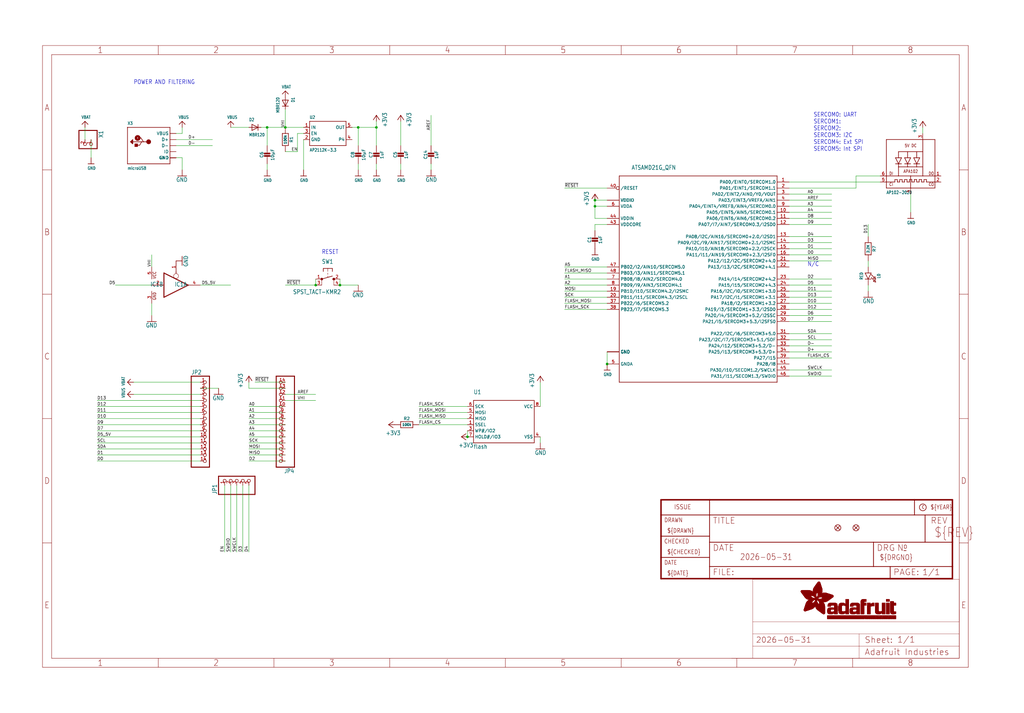
<source format=kicad_sch>
(kicad_sch (version 20230121) (generator eeschema)
  (paper "User" 428.422 298.602)
  (lib_symbols
    (symbol "working-eagle-import:+3V3" (power)
      (property "Value" "+3V3" (at -2.54 -5.08 90))
      (symbol "+3V3_1_0"
        (pin power_in line (at 0 -2.54 90) (length 2.54) (name "+3V3") (number "1"))
      )
    )
    (symbol "working-eagle-import:741G125DBV"
      (property "Reference" "IC" (at -0.635 -0.635 0))
      (symbol "741G125DBV_1_0"
        (pin input line (at 0 10.16 270) (length 5.08) (name "OE") (number "1"))
        (pin input line (at -10.16 0 0) (length 5.08) (name "I") (number "2"))
        (pin tri_state line (at 10.16 0 180) (length 5.08) (name "O") (number "4"))
      )
      (symbol "741G125DBV_2_0"
        (text "GND" (at 1.905 -6.35 900) (effects (font (size 1.27 1.0795)) (justify left bottom)))
        (text "VCC" (at 1.905 2.54 900) (effects (font (size 1.27 1.0795)) (justify left bottom)))
        (pin power_in line (at 0 -7.62 90) (length 5.08) (name "GND") (number "3"))
        (pin power_in line (at 0 7.62 270) (length 5.08) (name "VCC") (number "5"))
      )
    )
    (symbol "working-eagle-import:APA1022020"
      (symbol "APA1022020_1_0"
        (text "5V DC" (at 0 7.62 0) (effects (font (size 1.27 1.0795))))
        (text "APA102" (at 0 -3.175 0) (effects (font (size 1.27 1.0795))))
        (text "CI" (at -8.128 -8.636 0) (effects (font (size 1.27 1.0795))))
        (text "CO" (at 8.636 -8.636 0) (effects (font (size 1.27 1.0795))))
        (text "DI" (at -8.128 -4.064 0) (effects (font (size 1.27 1.0795))))
        (text "DO" (at 8.636 -4.064 0) (effects (font (size 1.27 1.0795))))
        (pin output line (at 12.7 -5.08 180) (length 2.54) (name "DO") (number "1"))
        (pin output line (at 12.7 -7.62 180) (length 2.54) (name "CKO") (number "2"))
        (pin power_in line (at 5.08 12.7 270) (length 2.54) (name "VDD") (number "3"))
        (pin power_in line (at 0 -12.7 90) (length 2.54) (name "GND") (number "4"))
        (pin input line (at -12.7 -7.62 0) (length 2.54) (name "CKI") (number "5"))
        (pin input line (at -12.7 -5.08 0) (length 2.54) (name "DI") (number "6"))
      )
    )
    (symbol "working-eagle-import:ATSAMD21G_QFN"
      (symbol "ATSAMD21G_QFN_1_0"
        (pin bidirectional line (at 50.8 35.56 180) (length 5.08) (name "PA00/EINT0/SERCOM1.0") (number "1"))
        (pin bidirectional line (at 50.8 22.86 180) (length 5.08) (name "PA05/EINT5/AIN5/SERCOM0.1") (number "10"))
        (pin bidirectional line (at 50.8 20.32 180) (length 5.08) (name "PA06/EINT6/AIN6/SERCOM0.2") (number "11"))
        (pin bidirectional line (at 50.8 17.78 180) (length 5.08) (name "PA07/I7/AIN7/SERCOM0.3/I2SD0") (number "12"))
        (pin bidirectional line (at 50.8 12.7 180) (length 5.08) (name "PA08/I2C/AIN16/SERCOM0+2.0/I2SD1") (number "13"))
        (pin bidirectional line (at 50.8 10.16 180) (length 5.08) (name "PA09/I2C/I9/AIN17/SERCOM0+2.1/I2SMC") (number "14"))
        (pin bidirectional line (at 50.8 7.62 180) (length 5.08) (name "PA10/I10/AIN18/SERCOM0+2.2/I2SCK") (number "15"))
        (pin bidirectional line (at 50.8 5.08 180) (length 5.08) (name "PA11/I11/AIN19/SERCOM0+2.3/I2SF0") (number "16"))
        (pin power_in line (at -25.4 27.94 0) (length 5.08) (name "VDDIO") (number "17"))
        (pin power_in line (at -25.4 -35.56 0) (length 5.08) (name "GND") (number "18"))
        (pin bidirectional line (at -25.4 -10.16 0) (length 5.08) (name "PB10/I10/SERCOM4.2/I2SMC") (number "19"))
        (pin bidirectional line (at 50.8 33.02 180) (length 5.08) (name "PA01/EINT1/SERCOM1.1") (number "2"))
        (pin bidirectional line (at -25.4 -12.7 0) (length 5.08) (name "PB11/I11/SERCOM4.3/I2SCL") (number "20"))
        (pin bidirectional line (at 50.8 2.54 180) (length 5.08) (name "PA12/I12/I2C/SERCOM2+4.0") (number "21"))
        (pin bidirectional line (at 50.8 0 180) (length 5.08) (name "PA13/I13/I2C/SERCOM2+4.1") (number "22"))
        (pin bidirectional line (at 50.8 -5.08 180) (length 5.08) (name "PA14/I14/SERCOM2+4.2") (number "23"))
        (pin bidirectional line (at 50.8 -7.62 180) (length 5.08) (name "PA15/I15/SERCOM2+4.3") (number "24"))
        (pin bidirectional line (at 50.8 -10.16 180) (length 5.08) (name "PA16/I2C/I0/SERCOM1+3.0") (number "25"))
        (pin bidirectional line (at 50.8 -12.7 180) (length 5.08) (name "PA17/I2C/I1/SERCOM1+3.1") (number "26"))
        (pin bidirectional line (at 50.8 -15.24 180) (length 5.08) (name "PA18/I2/SERCOM1+3.2") (number "27"))
        (pin bidirectional line (at 50.8 -17.78 180) (length 5.08) (name "PA19/I3/SERCOM1+3.3/I2SD0") (number "28"))
        (pin bidirectional line (at 50.8 -20.32 180) (length 5.08) (name "PA20/I4/SERCOM3+5.2/I2SSC") (number "29"))
        (pin bidirectional line (at 50.8 30.48 180) (length 5.08) (name "PA02/EINT2/AIN0/Y0/VOUT") (number "3"))
        (pin bidirectional line (at 50.8 -22.86 180) (length 5.08) (name "PA21/I5/SERCOM3+5.3/I2SFS0") (number "30"))
        (pin bidirectional line (at 50.8 -27.94 180) (length 5.08) (name "PA22/I2C/I6/SERCOM3+5.0") (number "31"))
        (pin bidirectional line (at 50.8 -30.48 180) (length 5.08) (name "PA23/I2C/I7/SERCOM3+5.1/SOF") (number "32"))
        (pin bidirectional line (at 50.8 -33.02 180) (length 5.08) (name "PA24/I12/SERCOM3+5.2/D-") (number "33"))
        (pin bidirectional line (at 50.8 -35.56 180) (length 5.08) (name "PA25/I13/SERCOM3+5.3/D+") (number "34"))
        (pin power_in line (at -25.4 -35.56 0) (length 5.08) (name "GND") (number "35"))
        (pin power_in line (at -25.4 27.94 0) (length 5.08) (name "VDDIO") (number "36"))
        (pin bidirectional line (at -25.4 -15.24 0) (length 5.08) (name "PB22/I6/SERCOM5.2") (number "37"))
        (pin bidirectional line (at -25.4 -17.78 0) (length 5.08) (name "PB23/I7/SERCOM5.3") (number "38"))
        (pin bidirectional line (at 50.8 -38.1 180) (length 5.08) (name "PA27/I15") (number "39"))
        (pin bidirectional line (at 50.8 27.94 180) (length 5.08) (name "PA03/EINT3/VREFA/AIN1") (number "4"))
        (pin bidirectional inverted (at -25.4 33.02 0) (length 5.08) (name "/RESET") (number "40"))
        (pin bidirectional line (at 50.8 -40.64 180) (length 5.08) (name "PA28/I8") (number "41"))
        (pin power_in line (at -25.4 -35.56 0) (length 5.08) (name "GND") (number "42"))
        (pin power_in line (at -25.4 17.78 0) (length 5.08) (name "VDDCORE") (number "43"))
        (pin power_in line (at -25.4 20.32 0) (length 5.08) (name "VDDIN") (number "44"))
        (pin bidirectional line (at 50.8 -43.18 180) (length 5.08) (name "PA30/I10/SECOM1.2/SWCLK") (number "45"))
        (pin bidirectional line (at 50.8 -45.72 180) (length 5.08) (name "PA31/I11/SECOM1.3/SWDIO") (number "46"))
        (pin bidirectional line (at -25.4 0 0) (length 5.08) (name "PB02/I2/AIN10/SERCOM5.0") (number "47"))
        (pin bidirectional line (at -25.4 -2.54 0) (length 5.08) (name "PB03/I3/AIN11/SERCOM5.1") (number "48"))
        (pin power_in line (at -25.4 -40.64 0) (length 5.08) (name "GNDA") (number "5"))
        (pin power_in line (at -25.4 25.4 0) (length 5.08) (name "VDDA") (number "6"))
        (pin bidirectional line (at -25.4 -5.08 0) (length 5.08) (name "PB08/I8/AIN2/SERCOM4.0") (number "7"))
        (pin bidirectional line (at -25.4 -7.62 0) (length 5.08) (name "PB09/I9/AIN3/SERCOM4.1") (number "8"))
        (pin bidirectional line (at 50.8 25.4 180) (length 5.08) (name "PA04/EINT4/VREFB/AIN4/SERCOM0.0") (number "9"))
        (pin power_in line (at -25.4 -35.56 0) (length 5.08) (name "GND") (number "THERMAL"))
      )
    )
    (symbol "working-eagle-import:CAP_CERAMIC0603_NO"
      (property "Reference" "C" (at -2.29 1.25 90))
      (symbol "CAP_CERAMIC0603_NO_1_0"
        (pin passive line (at 0 5.08 270) (length 2.54) (name "1") (number "1"))
        (pin passive line (at 0 -2.54 90) (length 2.54) (name "2") (number "2"))
      )
    )
    (symbol "working-eagle-import:CAP_CERAMIC0805-NOOUTLINE"
      (property "Reference" "C" (at -2.29 1.25 90))
      (symbol "CAP_CERAMIC0805-NOOUTLINE_1_0"
        (pin passive line (at 0 5.08 270) (length 2.54) (name "1") (number "1"))
        (pin passive line (at 0 -2.54 90) (length 2.54) (name "2") (number "2"))
      )
    )
    (symbol "working-eagle-import:CON_JST_PH_2PIN"
      (property "Reference" "X" (at -6.35 5.715 0))
      (symbol "CON_JST_PH_2PIN_1_0"
        (pin passive inverted (at -2.54 2.54 0) (length 2.54) (name "1") (number "1"))
        (pin passive inverted (at -2.54 0 0) (length 2.54) (name "2") (number "2"))
      )
    )
    (symbol "working-eagle-import:DIODE_SOD-123FL"
      (property "Reference" "D" (at -2.54 2.54 0))
      (symbol "DIODE_SOD-123FL_1_0"
        (pin passive line (at -2.54 0 0) (length 2.54) (name "A") (number "A"))
        (pin passive line (at 2.54 0 180) (length 2.54) (name "C") (number "C"))
      )
    )
    (symbol "working-eagle-import:FIDUCIAL_1MM")
    (symbol "working-eagle-import:FRAME_A3_ADAFRUIT"
      (symbol "FRAME_A3_ADAFRUIT_1_0"
        (text "${#}/${##}" (at 357.505 10.16 0) (effects (font (size 2.54 2.54)) (justify left bottom)))
        (text "${CURRENT_DATE}" (at 298.45 10.16 0) (effects (font (size 2.286 2.286)) (justify left bottom)))
        (text "${PROJECTNAME}" (at 298.45 15.24 0) (effects (font (size 2.54 2.54)) (justify left bottom)))
        (text "1" (at 24.2094 1.905 0) (effects (font (size 2.54 2.286))))
        (text "1" (at 24.2094 258.445 0) (effects (font (size 2.54 2.286))))
        (text "2" (at 72.6281 1.905 0) (effects (font (size 2.54 2.286))))
        (text "2" (at 72.6281 258.445 0) (effects (font (size 2.54 2.286))))
        (text "3" (at 121.0469 1.905 0) (effects (font (size 2.54 2.286))))
        (text "3" (at 121.0469 258.445 0) (effects (font (size 2.54 2.286))))
        (text "4" (at 169.4656 1.905 0) (effects (font (size 2.54 2.286))))
        (text "4" (at 169.4656 258.445 0) (effects (font (size 2.54 2.286))))
        (text "5" (at 217.8844 1.905 0) (effects (font (size 2.54 2.286))))
        (text "5" (at 217.8844 258.445 0) (effects (font (size 2.54 2.286))))
        (text "6" (at 266.3031 1.905 0) (effects (font (size 2.54 2.286))))
        (text "6" (at 266.3031 258.445 0) (effects (font (size 2.54 2.286))))
        (text "7" (at 314.7219 1.905 0) (effects (font (size 2.54 2.286))))
        (text "7" (at 314.7219 258.445 0) (effects (font (size 2.54 2.286))))
        (text "8" (at 363.1406 1.905 0) (effects (font (size 2.54 2.286))))
        (text "8" (at 363.1406 258.445 0) (effects (font (size 2.54 2.286))))
        (text "A" (at 1.905 234.315 0) (effects (font (size 2.54 2.286))))
        (text "A" (at 385.445 234.315 0) (effects (font (size 2.54 2.286))))
        (text "Adafruit Industries" (at 343.916 4.953 0) (effects (font (size 2.54 2.54)) (justify left bottom)))
        (text "B" (at 1.905 182.245 0) (effects (font (size 2.54 2.286))))
        (text "B" (at 385.445 182.245 0) (effects (font (size 2.54 2.286))))
        (text "C" (at 1.905 130.175 0) (effects (font (size 2.54 2.286))))
        (text "C" (at 385.445 130.175 0) (effects (font (size 2.54 2.286))))
        (text "D" (at 1.905 78.105 0) (effects (font (size 2.54 2.286))))
        (text "D" (at 385.445 78.105 0) (effects (font (size 2.54 2.286))))
        (text "E" (at 1.905 26.035 0) (effects (font (size 2.54 2.286))))
        (text "E" (at 385.445 26.035 0) (effects (font (size 2.54 2.286))))
        (text "Sheet:" (at 343.916 10.033 0) (effects (font (size 2.54 2.54)) (justify left bottom)))
      )
    )
    (symbol "working-eagle-import:FRAME_A4"
      (symbol "FRAME_A4_1_0"
        (text "1" (at 21.6958 1.905 0) (effects (font (size 2.54 2.286))))
        (text "1" (at 21.6958 177.165 0) (effects (font (size 2.54 2.286))))
        (text "2" (at 65.0875 1.905 0) (effects (font (size 2.54 2.286))))
        (text "2" (at 65.0875 177.165 0) (effects (font (size 2.54 2.286))))
        (text "3" (at 108.4792 1.905 0) (effects (font (size 2.54 2.286))))
        (text "3" (at 108.4792 177.165 0) (effects (font (size 2.54 2.286))))
        (text "4" (at 151.8708 1.905 0) (effects (font (size 2.54 2.286))))
        (text "4" (at 151.8708 177.165 0) (effects (font (size 2.54 2.286))))
        (text "5" (at 195.2625 1.905 0) (effects (font (size 2.54 2.286))))
        (text "5" (at 195.2625 177.165 0) (effects (font (size 2.54 2.286))))
        (text "6" (at 238.6542 1.905 0) (effects (font (size 2.54 2.286))))
        (text "6" (at 238.6542 177.165 0) (effects (font (size 2.54 2.286))))
        (text "A" (at 1.905 156.6863 0) (effects (font (size 2.54 2.286))))
        (text "A" (at 258.445 156.6863 0) (effects (font (size 2.54 2.286))))
        (text "B" (at 1.905 111.9188 0) (effects (font (size 2.54 2.286))))
        (text "B" (at 258.445 111.9188 0) (effects (font (size 2.54 2.286))))
        (text "C" (at 1.905 67.1513 0) (effects (font (size 2.54 2.286))))
        (text "C" (at 258.445 67.1513 0) (effects (font (size 2.54 2.286))))
        (text "D" (at 1.905 22.3838 0) (effects (font (size 2.54 2.286))))
        (text "D" (at 258.445 22.3838 0) (effects (font (size 2.54 2.286))))
      )
      (symbol "FRAME_A4_2_0"
        (text "${#}/${##}" (at 108.9152 2.8448 0) (effects (font (size 2.54 2.54)) (justify left bottom)))
        (text "${CHECKED}" (at 2.2352 11.7348 0) (effects (font (size 1.778 1.5113)) (justify left bottom)))
        (text "${COMPANY}" (at 23.349 29.6735 0) (effects (font (size 3.175 2.6987) (thickness 0.5397) bold) (justify left bottom)))
        (text "${CURRENT_DATE}" (at 32.7152 9.1948 0) (effects (font (size 2.54 2.159)) (justify left bottom)))
        (text "${DATE}" (at 2.2352 2.8448 0) (effects (font (size 1.778 1.5113)) (justify left bottom)))
        (text "${DRAWN}" (at 2.2352 20.6248 0) (effects (font (size 1.778 1.5113)) (justify left bottom)))
        (text "${DRGNO}" (at 91.1352 9.1948 0) (effects (font (size 2.1844 1.8567)) (justify left bottom)))
        (text "${PROJECTNAME}" (at 33.0327 2.8448 0) (effects (font (size 2.54 2.159)) (justify left bottom)))
        (text "${REV}" (at 113.9952 18.7198 0) (effects (font (size 3.81 3.2385)) (justify left bottom)))
        (text "${YEAR}" (at 112.4077 30.4673 0) (effects (font (size 1.778 1.5113)) (justify left bottom)))
        (text "C" (at 108.7564 30.7848 0) (effects (font (size 1.27 1.0795)) (justify left bottom)))
        (text "CHECKED" (at 0.9652 16.1798 0) (effects (font (size 1.778 1.5113)) (justify left bottom)))
        (text "DATE" (at 0.9652 7.2898 0) (effects (font (size 1.778 1.5113)) (justify left bottom)))
        (text "DATE" (at 21.2852 13.0048 0) (effects (font (size 2.54 2.54)) (justify left bottom)))
        (text "DRAWN" (at 0.9652 25.0698 0) (effects (font (size 1.778 1.5113)) (justify left bottom)))
        (text "DRG" (at 89.8652 13.0048 0) (effects (font (size 2.54 2.54)) (justify left bottom)))
        (text "FILE:" (at 21.2852 2.8448 0) (effects (font (size 2.54 2.54)) (justify left bottom)))
        (text "ISSUE" (at 5.0927 30.4673 0) (effects (font (size 1.9304 1.6408)) (justify left bottom)))
        (text "N" (at 98.4377 13.0048 0) (effects (font (size 2.54 2.54)) (justify left bottom)))
        (text "o" (at 100.9777 13.9573 0) (effects (font (size 2.1844 1.8567)) (justify left bottom)))
        (text "PAGE:" (at 96.8502 2.8448 0) (effects (font (size 2.54 2.54)) (justify left bottom)))
        (text "REV" (at 112.4077 24.4348 0) (effects (font (size 2.54 2.54)) (justify left bottom)))
        (text "TITLE" (at 21.2852 24.4348 0) (effects (font (size 2.54 2.54)) (justify left bottom)))
      )
    )
    (symbol "working-eagle-import:GND" (power)
      (property "Value" "GND" (at -1.524 -2.54 0))
      (symbol "GND_1_0"
        (pin power_in line (at 0 2.54 270) (length 2.54) (name "GND") (number "1"))
      )
    )
    (symbol "working-eagle-import:HEADER-1X14"
      (property "Reference" "JP" (at -6.35 20.955 0))
      (symbol "HEADER-1X14_1_0"
        (pin passive inverted (at -2.54 17.78 0) (length 2.54) (name "1") (number "1"))
        (pin passive inverted (at -2.54 -5.08 0) (length 2.54) (name "10") (number "10"))
        (pin passive inverted (at -2.54 -7.62 0) (length 2.54) (name "11") (number "11"))
        (pin passive inverted (at -2.54 -10.16 0) (length 2.54) (name "12") (number "12"))
        (pin passive inverted (at -2.54 -12.7 0) (length 2.54) (name "13") (number "13"))
        (pin passive inverted (at -2.54 -15.24 0) (length 2.54) (name "14") (number "14"))
        (pin passive inverted (at -2.54 15.24 0) (length 2.54) (name "2") (number "2"))
        (pin passive inverted (at -2.54 12.7 0) (length 2.54) (name "3") (number "3"))
        (pin passive inverted (at -2.54 10.16 0) (length 2.54) (name "4") (number "4"))
        (pin passive inverted (at -2.54 7.62 0) (length 2.54) (name "5") (number "5"))
        (pin passive inverted (at -2.54 5.08 0) (length 2.54) (name "6") (number "6"))
        (pin passive inverted (at -2.54 2.54 0) (length 2.54) (name "7") (number "7"))
        (pin passive inverted (at -2.54 0 0) (length 2.54) (name "8") (number "8"))
        (pin passive inverted (at -2.54 -2.54 0) (length 2.54) (name "9") (number "9"))
      )
    )
    (symbol "working-eagle-import:HEADER-1X570MIL"
      (property "Reference" "JP" (at -6.35 8.255 0))
      (symbol "HEADER-1X570MIL_1_0"
        (pin passive inverted (at -2.54 5.08 0) (length 2.54) (name "1") (number "1"))
        (pin passive inverted (at -2.54 2.54 0) (length 2.54) (name "2") (number "2"))
        (pin passive inverted (at -2.54 0 0) (length 2.54) (name "3") (number "3"))
        (pin passive inverted (at -2.54 -2.54 0) (length 2.54) (name "4") (number "4"))
        (pin passive inverted (at -2.54 -5.08 0) (length 2.54) (name "5") (number "5"))
      )
    )
    (symbol "working-eagle-import:LED0805_NOOUTLINE"
      (property "Reference" "D" (at -1.27 4.445 0))
      (symbol "LED0805_NOOUTLINE_1_0"
        (pin passive line (at -5.08 0 0) (length 2.54) (name "A") (number "A"))
        (pin passive line (at 2.54 0 180) (length 2.54) (name "C") (number "C"))
      )
    )
    (symbol "working-eagle-import:RESISTOR_0603_NOOUT"
      (property "Reference" "R" (at 0 2.54 0))
      (symbol "RESISTOR_0603_NOOUT_1_0"
        (pin passive line (at -5.08 0 0) (length 2.54) (name "1") (number "1"))
        (pin passive line (at 5.08 0 180) (length 2.54) (name "2") (number "2"))
      )
    )
    (symbol "working-eagle-import:SPIFLASH_8PINUX"
      (property "Reference" "U" (at -12.7 12.7 0))
      (symbol "SPIFLASH_8PINUX_1_0"
        (pin bidirectional line (at -15.24 0 0) (length 2.54) (name "SSEL") (number "1"))
        (pin bidirectional line (at -15.24 2.54 0) (length 2.54) (name "MISO") (number "2"))
        (pin bidirectional line (at -15.24 -2.54 0) (length 2.54) (name "WP#/IO2") (number "3"))
        (pin bidirectional line (at 15.24 -5.08 180) (length 2.54) (name "VSS") (number "4"))
        (pin bidirectional line (at -15.24 5.08 0) (length 2.54) (name "MOSI") (number "5"))
        (pin bidirectional line (at -15.24 7.62 0) (length 2.54) (name "SCK") (number "6"))
        (pin bidirectional line (at -15.24 -5.08 0) (length 2.54) (name "HOLD#/IO3") (number "7"))
        (pin bidirectional line (at 15.24 7.62 180) (length 2.54) (name "VCC") (number "8"))
      )
    )
    (symbol "working-eagle-import:SPST_TACT-KMR2"
      (property "Reference" "SW" (at -6.35 -2.54 90))
      (symbol "SPST_TACT-KMR2_1_0"
        (pin passive line (at 0 -5.08 90) (length 2.54) (name "P") (number "1"))
        (pin passive line (at 0 5.08 270) (length 2.54) (name "S") (number "2"))
        (pin passive line (at 2.54 -5.08 90) (length 2.54) (name "P1") (number "3"))
        (pin passive line (at 2.54 5.08 270) (length 2.54) (name "S1") (number "4"))
      )
    )
    (symbol "working-eagle-import:USB_MICRO_20329_V2"
      (property "Reference" "X" (at -10.16 8.636 0))
      (symbol "USB_MICRO_20329_V2_1_0"
        (pin power_in line (at 10.16 -5.08 180) (length 2.54) (name "GND") (number "BASE@1"))
        (pin power_in line (at 10.16 -5.08 180) (length 2.54) (name "GND") (number "BASE@2"))
        (pin bidirectional line (at 10.16 2.54 180) (length 2.54) (name "D+") (number "D+"))
        (pin bidirectional line (at 10.16 0 180) (length 2.54) (name "D-") (number "D-"))
        (pin power_in line (at 10.16 -5.08 180) (length 2.54) (name "GND") (number "GND"))
        (pin bidirectional line (at 10.16 -2.54 180) (length 2.54) (name "ID") (number "ID"))
        (pin power_in line (at 10.16 -5.08 180) (length 2.54) (name "GND") (number "SPRT@1"))
        (pin power_in line (at 10.16 -5.08 180) (length 2.54) (name "GND") (number "SPRT@2"))
        (pin power_in line (at 10.16 -5.08 180) (length 2.54) (name "GND") (number "SPRT@3"))
        (pin power_in line (at 10.16 -5.08 180) (length 2.54) (name "GND") (number "SPRT@4"))
        (pin power_in line (at 10.16 5.08 180) (length 2.54) (name "VBUS") (number "VBUS"))
      )
    )
    (symbol "working-eagle-import:VBAT" (power)
      (property "Value" "VBAT" (at -1.524 1.016 0))
      (symbol "VBAT_1_0"
        (pin power_in line (at 0 -2.54 90) (length 2.54) (name "VBAT") (number "1"))
      )
    )
    (symbol "working-eagle-import:VBUS" (power)
      (property "Value" "VBUS" (at -1.524 1.016 0))
      (symbol "VBUS_1_0"
        (pin power_in line (at 0 -2.54 90) (length 2.54) (name "VBUS") (number "1"))
      )
    )
    (symbol "working-eagle-import:VREG_SOT23-5"
      (property "Reference" "U" (at -7.62 6.096 0))
      (symbol "VREG_SOT23-5_1_0"
        (pin power_in line (at -10.16 2.54 0) (length 2.54) (name "IN") (number "1"))
        (pin power_in line (at -10.16 -2.54 0) (length 2.54) (name "GND") (number "2"))
        (pin input line (at -10.16 0 0) (length 2.54) (name "EN") (number "3"))
        (pin bidirectional line (at 10.16 -2.54 180) (length 2.54) (name "P4") (number "4"))
        (pin power_in line (at 10.16 2.54 180) (length 2.54) (name "OUT") (number "5"))
      )
    )
    (symbol "working-eagle-import:supply1_GND" (power)
      (property "Value" "supply1_GND" (at -2.54 -2.54 0))
      (symbol "supply1_GND_1_0"
        (pin power_in line (at 0 2.54 270) (length 2.54) (name "GND") (number "1"))
      )
    )
  )
  (junction (at 195.58 182.88))
  (junction (at 132.08 119.38))
  (junction (at 254 152.4))
  (junction (at 119.38 53.34))
  (junction (at 149.86 53.34))
  (junction (at 248.92 83.82))
  (junction (at 248.92 86.36))
  (junction (at 157.48 53.34))
  (junction (at 111.76 53.34))
  (junction (at 142.24 119.38))
  (wire (pts (xy 236.22 129.54) (xy 254 129.54)) (stroke (width 0.1524)))
  (wire (pts (xy 73.66 66.04) (xy 76.2 66.04)) (stroke (width 0.1524)))
  (wire (pts (xy 83.82 190.5) (xy 40.64 190.5)) (stroke (width 0.1524)))
  (wire (pts (xy 330.2 116.84) (xy 347.98 116.84)) (stroke (width 0.1524)))
  (wire (pts (xy 83.82 172.72) (xy 40.64 172.72)) (stroke (width 0.1524)))
  (wire (pts (xy 254 78.74) (xy 236.22 78.74)) (stroke (width 0.1524)))
  (wire (pts (xy 254 93.98) (xy 248.92 93.98)) (stroke (width 0.1524)))
  (wire (pts (xy 93.98 203.2) (xy 93.98 231.14)) (stroke (width 0.1524)))
  (wire (pts (xy 330.2 93.98) (xy 347.98 93.98)) (stroke (width 0.1524)))
  (wire (pts (xy 236.22 124.46) (xy 254 124.46)) (stroke (width 0.1524)))
  (wire (pts (xy 330.2 78.74) (xy 358.14 78.74)) (stroke (width 0.1524)))
  (wire (pts (xy 347.98 127) (xy 330.2 127)) (stroke (width 0.1524)))
  (wire (pts (xy 119.38 185.42) (xy 104.14 185.42)) (stroke (width 0.1524)))
  (wire (pts (xy 363.22 109.22) (xy 363.22 111.76)) (stroke (width 0.1524)))
  (wire (pts (xy 254 116.84) (xy 236.22 116.84)) (stroke (width 0.1524)))
  (wire (pts (xy 330.2 101.6) (xy 347.98 101.6)) (stroke (width 0.1524)))
  (wire (pts (xy 195.58 170.18) (xy 175.26 170.18)) (stroke (width 0.1524)))
  (wire (pts (xy 254 86.36) (xy 248.92 86.36)) (stroke (width 0.1524)))
  (wire (pts (xy 119.38 187.96) (xy 104.14 187.96)) (stroke (width 0.1524)))
  (wire (pts (xy 40.64 180.34) (xy 83.82 180.34)) (stroke (width 0.1524)))
  (wire (pts (xy 38.1 58.42) (xy 38.1 66.04)) (stroke (width 0.1524)))
  (wire (pts (xy 330.2 86.36) (xy 347.98 86.36)) (stroke (width 0.1524)))
  (wire (pts (xy 149.86 119.38) (xy 142.24 119.38)) (stroke (width 0.1524)))
  (wire (pts (xy 330.2 142.24) (xy 347.98 142.24)) (stroke (width 0.1524)))
  (wire (pts (xy 330.2 81.28) (xy 347.98 81.28)) (stroke (width 0.1524)))
  (wire (pts (xy 195.58 175.26) (xy 175.26 175.26)) (stroke (width 0.1524)))
  (wire (pts (xy 248.92 93.98) (xy 248.92 96.52)) (stroke (width 0.1524)))
  (wire (pts (xy 83.82 167.64) (xy 40.64 167.64)) (stroke (width 0.1524)))
  (wire (pts (xy 358.14 73.66) (xy 368.3 73.66)) (stroke (width 0.1524)))
  (wire (pts (xy 124.46 63.5) (xy 124.46 55.88)) (stroke (width 0.1524)))
  (wire (pts (xy 63.5 106.68) (xy 63.5 111.76)) (stroke (width 0.1524)))
  (wire (pts (xy 76.2 55.88) (xy 76.2 53.34)) (stroke (width 0.1524)))
  (wire (pts (xy 73.66 55.88) (xy 76.2 55.88)) (stroke (width 0.1524)))
  (wire (pts (xy 119.38 53.34) (xy 111.76 53.34)) (stroke (width 0.1524)))
  (wire (pts (xy 119.38 119.38) (xy 132.08 119.38)) (stroke (width 0.1524)))
  (wire (pts (xy 347.98 106.68) (xy 330.2 106.68)) (stroke (width 0.1524)))
  (wire (pts (xy 157.48 68.58) (xy 157.48 71.12)) (stroke (width 0.1524)))
  (wire (pts (xy 119.38 160.02) (xy 106.68 160.02)) (stroke (width 0.1524)))
  (wire (pts (xy 63.5 127) (xy 63.5 132.08)) (stroke (width 0.1524)))
  (wire (pts (xy 254 147.32) (xy 254 152.4)) (stroke (width 0.1524)))
  (wire (pts (xy 99.06 231.14) (xy 99.06 203.2)) (stroke (width 0.1524)))
  (wire (pts (xy 111.76 53.34) (xy 111.76 60.96)) (stroke (width 0.1524)))
  (wire (pts (xy 119.38 170.18) (xy 104.14 170.18)) (stroke (width 0.1524)))
  (wire (pts (xy 40.64 193.04) (xy 83.82 193.04)) (stroke (width 0.1524)))
  (wire (pts (xy 63.5 119.38) (xy 48.26 119.38)) (stroke (width 0.1524)))
  (wire (pts (xy 96.52 53.34) (xy 104.14 53.34)) (stroke (width 0.1524)))
  (wire (pts (xy 88.9 60.96) (xy 73.66 60.96)) (stroke (width 0.1524)))
  (wire (pts (xy 55.88 160.02) (xy 83.82 160.02)) (stroke (width 0.1524)))
  (wire (pts (xy 124.46 55.88) (xy 127 55.88)) (stroke (width 0.1524)))
  (wire (pts (xy 104.14 160.02) (xy 104.14 162.56)) (stroke (width 0.1524)))
  (wire (pts (xy 167.64 50.8) (xy 167.64 60.96)) (stroke (width 0.1524)))
  (wire (pts (xy 149.86 68.58) (xy 149.86 71.12)) (stroke (width 0.1524)))
  (wire (pts (xy 180.34 71.12) (xy 180.34 68.58)) (stroke (width 0.1524)))
  (wire (pts (xy 132.08 119.38) (xy 132.08 116.84)) (stroke (width 0.1524)))
  (wire (pts (xy 358.14 73.66) (xy 358.14 78.74)) (stroke (width 0.1524)))
  (wire (pts (xy 195.58 180.34) (xy 195.58 182.88)) (stroke (width 0.1524)))
  (wire (pts (xy 236.22 119.38) (xy 254 119.38)) (stroke (width 0.1524)))
  (wire (pts (xy 363.22 119.38) (xy 363.22 121.92)) (stroke (width 0.1524)))
  (wire (pts (xy 226.06 160.02) (xy 226.06 170.18)) (stroke (width 0.1524)))
  (wire (pts (xy 104.14 172.72) (xy 119.38 172.72)) (stroke (width 0.1524)))
  (wire (pts (xy 73.66 58.42) (xy 88.9 58.42)) (stroke (width 0.1524)))
  (wire (pts (xy 157.48 53.34) (xy 157.48 50.8)) (stroke (width 0.1524)))
  (wire (pts (xy 119.38 180.34) (xy 104.14 180.34)) (stroke (width 0.1524)))
  (wire (pts (xy 254 111.76) (xy 236.22 111.76)) (stroke (width 0.1524)))
  (wire (pts (xy 40.64 170.18) (xy 83.82 170.18)) (stroke (width 0.1524)))
  (wire (pts (xy 127 58.42) (xy 127 71.12)) (stroke (width 0.1524)))
  (wire (pts (xy 40.64 187.96) (xy 83.82 187.96)) (stroke (width 0.1524)))
  (wire (pts (xy 330.2 104.14) (xy 347.98 104.14)) (stroke (width 0.1524)))
  (wire (pts (xy 363.22 99.06) (xy 363.22 93.98)) (stroke (width 0.1524)))
  (wire (pts (xy 96.52 119.38) (xy 83.82 119.38)) (stroke (width 0.1524)))
  (wire (pts (xy 119.38 175.26) (xy 104.14 175.26)) (stroke (width 0.1524)))
  (wire (pts (xy 330.2 76.2) (xy 368.3 76.2)) (stroke (width 0.1524)))
  (wire (pts (xy 175.26 177.8) (xy 195.58 177.8)) (stroke (width 0.1524)))
  (wire (pts (xy 254 91.44) (xy 248.92 91.44)) (stroke (width 0.1524)))
  (wire (pts (xy 175.26 172.72) (xy 195.58 172.72)) (stroke (width 0.1524)))
  (wire (pts (xy 96.52 203.2) (xy 96.52 231.14)) (stroke (width 0.1524)))
  (wire (pts (xy 119.38 167.64) (xy 132.08 167.64)) (stroke (width 0.1524)))
  (wire (pts (xy 330.2 132.08) (xy 347.98 132.08)) (stroke (width 0.1524)))
  (wire (pts (xy 254 114.3) (xy 236.22 114.3)) (stroke (width 0.1524)))
  (wire (pts (xy 83.82 165.1) (xy 55.88 165.1)) (stroke (width 0.1524)))
  (wire (pts (xy 83.82 185.42) (xy 40.64 185.42)) (stroke (width 0.1524)))
  (wire (pts (xy 147.32 53.34) (xy 149.86 53.34)) (stroke (width 0.1524)))
  (wire (pts (xy 248.92 91.44) (xy 248.92 86.36)) (stroke (width 0.1524)))
  (wire (pts (xy 330.2 124.46) (xy 347.98 124.46)) (stroke (width 0.1524)))
  (wire (pts (xy 40.64 175.26) (xy 83.82 175.26)) (stroke (width 0.1524)))
  (wire (pts (xy 330.2 121.92) (xy 347.98 121.92)) (stroke (width 0.1524)))
  (wire (pts (xy 347.98 157.48) (xy 330.2 157.48)) (stroke (width 0.1524)))
  (wire (pts (xy 330.2 109.22) (xy 347.98 109.22)) (stroke (width 0.1524)))
  (wire (pts (xy 83.82 182.88) (xy 40.64 182.88)) (stroke (width 0.1524)))
  (wire (pts (xy 119.38 193.04) (xy 104.14 193.04)) (stroke (width 0.1524)))
  (wire (pts (xy 254 121.92) (xy 236.22 121.92)) (stroke (width 0.1524)))
  (wire (pts (xy 226.06 185.42) (xy 226.06 182.88)) (stroke (width 0.1524)))
  (wire (pts (xy 104.14 177.8) (xy 119.38 177.8)) (stroke (width 0.1524)))
  (wire (pts (xy 347.98 147.32) (xy 330.2 147.32)) (stroke (width 0.1524)))
  (wire (pts (xy 248.92 86.36) (xy 248.92 83.82)) (stroke (width 0.1524)))
  (wire (pts (xy 119.38 53.34) (xy 127 53.34)) (stroke (width 0.1524)))
  (wire (pts (xy 91.44 162.56) (xy 83.82 162.56)) (stroke (width 0.1524)))
  (wire (pts (xy 111.76 68.58) (xy 111.76 71.12)) (stroke (width 0.1524)))
  (wire (pts (xy 149.86 60.96) (xy 149.86 53.34)) (stroke (width 0.1524)))
  (wire (pts (xy 330.2 91.44) (xy 347.98 91.44)) (stroke (width 0.1524)))
  (wire (pts (xy 254 83.82) (xy 248.92 83.82)) (stroke (width 0.1524)))
  (wire (pts (xy 83.82 177.8) (xy 40.64 177.8)) (stroke (width 0.1524)))
  (wire (pts (xy 119.38 63.5) (xy 124.46 63.5)) (stroke (width 0.1524)))
  (wire (pts (xy 386.08 55.88) (xy 386.08 53.34)) (stroke (width 0.1524)))
  (wire (pts (xy 111.76 53.34) (xy 109.22 53.34)) (stroke (width 0.1524)))
  (wire (pts (xy 330.2 139.7) (xy 347.98 139.7)) (stroke (width 0.1524)))
  (wire (pts (xy 142.24 116.84) (xy 142.24 119.38)) (stroke (width 0.1524)))
  (wire (pts (xy 381 81.28) (xy 381 88.9)) (stroke (width 0.1524)))
  (wire (pts (xy 104.14 182.88) (xy 119.38 182.88)) (stroke (width 0.1524)))
  (wire (pts (xy 119.38 45.72) (xy 119.38 53.34)) (stroke (width 0.1524)))
  (wire (pts (xy 101.6 203.2) (xy 101.6 231.14)) (stroke (width 0.1524)))
  (wire (pts (xy 180.34 60.96) (xy 180.34 48.26)) (stroke (width 0.1524)))
  (wire (pts (xy 104.14 190.5) (xy 119.38 190.5)) (stroke (width 0.1524)))
  (wire (pts (xy 347.98 88.9) (xy 330.2 88.9)) (stroke (width 0.1524)))
  (wire (pts (xy 104.14 162.56) (xy 119.38 162.56)) (stroke (width 0.1524)))
  (wire (pts (xy 330.2 129.54) (xy 347.98 129.54)) (stroke (width 0.1524)))
  (wire (pts (xy 76.2 66.04) (xy 76.2 71.12)) (stroke (width 0.1524)))
  (wire (pts (xy 330.2 154.94) (xy 347.98 154.94)) (stroke (width 0.1524)))
  (wire (pts (xy 330.2 144.78) (xy 347.98 144.78)) (stroke (width 0.1524)))
  (wire (pts (xy 347.98 119.38) (xy 330.2 119.38)) (stroke (width 0.1524)))
  (wire (pts (xy 104.14 231.14) (xy 104.14 203.2)) (stroke (width 0.1524)))
  (wire (pts (xy 119.38 165.1) (xy 132.08 165.1)) (stroke (width 0.1524)))
  (wire (pts (xy 330.2 83.82) (xy 347.98 83.82)) (stroke (width 0.1524)))
  (wire (pts (xy 149.86 53.34) (xy 157.48 53.34)) (stroke (width 0.1524)))
  (wire (pts (xy 167.64 68.58) (xy 167.64 71.12)) (stroke (width 0.1524)))
  (wire (pts (xy 347.98 99.06) (xy 330.2 99.06)) (stroke (width 0.1524)))
  (wire (pts (xy 254 127) (xy 236.22 127)) (stroke (width 0.1524)))
  (wire (pts (xy 330.2 134.62) (xy 347.98 134.62)) (stroke (width 0.1524)))
  (wire (pts (xy 157.48 53.34) (xy 157.48 60.96)) (stroke (width 0.1524)))
  (wire (pts (xy 330.2 149.86) (xy 347.98 149.86)) (stroke (width 0.1524)))
  (wire (pts (xy 35.56 53.34) (xy 35.56 58.42)) (stroke (width 0.1524)))
  (text "N/C" (at 337.82 111.76 0) (effects (font (size 1.778 1.5113)) (justify left bottom)))
  (text "POWER AND FILTERING" (at 55.88 35.56 0) (effects (font (size 1.778 1.5113)) (justify left bottom)))
  (text "RESET" (at 134.62 106.68 0) (effects (font (size 1.778 1.5113)) (justify left bottom)))
  (text "SERCOM0: UART\nSERCOM1:\nSERCOM2:\nSERCOM3: I2C\nSERCOM4: Ext SPI\nSERCOM5: Int SPI" (at 340.36 63.5 0) (effects (font (size 1.778 1.5113)) (justify left bottom)))
  (label "D4" (at 104.14 231.14 90) (effects (font (size 1.2446 1.2446))))
  (label "EN" (at 93.98 231.14 90) (effects (font (size 1.2446 1.2446))))
  (label "SCL" (at 40.64 185.42 0) (effects (font (size 1.2446 1.2446))))
  (label "D5" (at 337.82 119.38 0) (effects (font (size 1.2446 1.2446))))
  (label "~{RESET}" (at 106.68 160.02 0) (effects (font (size 1.2446 1.2446))))
  (label "D5_5V" (at 40.64 182.88 0) (effects (font (size 1.2446 1.2446))))
  (label "D-" (at 78.74 60.96 0) (effects (font (size 1.2446 1.2446))))
  (label "FLASH_MISO" (at 236.22 114.3 0) (effects (font (size 1.2446 1.2446))))
  (label "MOSI" (at 104.14 187.96 0) (effects (font (size 1.2446 1.2446))))
  (label "D1" (at 40.64 190.5 0) (effects (font (size 1.2446 1.2446))))
  (label "FLASH_MOSI" (at 236.22 127 0) (effects (font (size 1.2446 1.2446))))
  (label "SCK" (at 236.22 124.46 0) (effects (font (size 1.2446 1.2446))))
  (label "D3" (at 101.6 231.14 90) (effects (font (size 1.2446 1.2446))))
  (label "VHI" (at 124.46 167.64 0) (effects (font (size 1.2446 1.2446))))
  (label "FLASH_SCK" (at 175.26 170.18 0) (effects (font (size 1.2446 1.2446))))
  (label "D5_5V" (at 90.17 119.38 180) (effects (font (size 1.2446 1.2446))))
  (label "D0" (at 40.64 193.04 0) (effects (font (size 1.2446 1.2446))))
  (label "FLASH_MOSI" (at 175.26 172.72 0) (effects (font (size 1.2446 1.2446))))
  (label "~{RESET}" (at 236.22 78.74 0) (effects (font (size 1.2446 1.2446))))
  (label "SWCLK" (at 337.82 154.94 0) (effects (font (size 1.2446 1.2446))))
  (label "D3" (at 337.82 101.6 0) (effects (font (size 1.2446 1.2446))))
  (label "SDA" (at 40.64 187.96 0) (effects (font (size 1.2446 1.2446))))
  (label "D12" (at 337.82 129.54 0) (effects (font (size 1.2446 1.2446))))
  (label "MISO" (at 337.82 109.22 0) (effects (font (size 1.2446 1.2446))))
  (label "D13" (at 40.64 167.64 0) (effects (font (size 1.2446 1.2446))))
  (label "A5" (at 236.22 111.76 0) (effects (font (size 1.2446 1.2446))))
  (label "D7" (at 40.64 180.34 0) (effects (font (size 1.2446 1.2446))))
  (label "D8" (at 337.82 91.44 0) (effects (font (size 1.2446 1.2446))))
  (label "A0" (at 337.82 81.28 0) (effects (font (size 1.2446 1.2446))))
  (label "SWDIO" (at 337.82 157.48 0) (effects (font (size 1.2446 1.2446))))
  (label "SWCLK" (at 99.06 231.14 90) (effects (font (size 1.2446 1.2446))))
  (label "A2" (at 236.22 119.38 0) (effects (font (size 1.2446 1.2446))))
  (label "A0" (at 104.14 170.18 0) (effects (font (size 1.2446 1.2446))))
  (label "SCL" (at 337.82 142.24 0) (effects (font (size 1.2446 1.2446))))
  (label "VHI" (at 119.38 53.34 90) (effects (font (size 1.2446 1.2446))))
  (label "AREF" (at 124.46 165.1 0) (effects (font (size 1.2446 1.2446))))
  (label "D11" (at 337.82 121.92 0) (effects (font (size 1.2446 1.2446))))
  (label "MISO" (at 104.14 190.5 0) (effects (font (size 1.2446 1.2446))))
  (label "A3" (at 337.82 86.36 0) (effects (font (size 1.2446 1.2446))))
  (label "D2" (at 337.82 116.84 0) (effects (font (size 1.2446 1.2446))))
  (label "D12" (at 40.64 170.18 0) (effects (font (size 1.2446 1.2446))))
  (label "D+" (at 337.82 147.32 0) (effects (font (size 1.2446 1.2446))))
  (label "A4" (at 337.82 88.9 0) (effects (font (size 1.2446 1.2446))))
  (label "D9" (at 337.82 93.98 0) (effects (font (size 1.2446 1.2446))))
  (label "D13" (at 363.22 93.98 270) (effects (font (size 1.2446 1.2446))))
  (label "VHI" (at 63.5 111.76 90) (effects (font (size 1.2446 1.2446))))
  (label "D4" (at 337.82 99.06 0) (effects (font (size 1.2446 1.2446))))
  (label "SWDIO" (at 96.52 231.14 90) (effects (font (size 1.2446 1.2446))))
  (label "D7" (at 337.82 134.62 0) (effects (font (size 1.2446 1.2446))))
  (label "FLASH_MISO" (at 175.26 175.26 0) (effects (font (size 1.2446 1.2446))))
  (label "A1" (at 236.22 116.84 0) (effects (font (size 1.2446 1.2446))))
  (label "A5" (at 104.14 182.88 0) (effects (font (size 1.2446 1.2446))))
  (label "D13" (at 337.82 124.46 0) (effects (font (size 1.2446 1.2446))))
  (label "FLASH_SCK" (at 236.22 129.54 0) (effects (font (size 1.2446 1.2446))))
  (label "A3" (at 104.14 177.8 0) (effects (font (size 1.2446 1.2446))))
  (label "D10" (at 40.64 175.26 0) (effects (font (size 1.2446 1.2446))))
  (label "D5" (at 48.26 119.38 180) (effects (font (size 1.2446 1.2446))))
  (label "D6" (at 337.82 132.08 0) (effects (font (size 1.2446 1.2446))))
  (label "~{RESET}" (at 125.73 119.38 180) (effects (font (size 1.2446 1.2446))))
  (label "EN" (at 121.92 63.5 0) (effects (font (size 1.2446 1.2446))))
  (label "D1" (at 337.82 104.14 0) (effects (font (size 1.2446 1.2446))))
  (label "A1" (at 104.14 172.72 0) (effects (font (size 1.2446 1.2446))))
  (label "MOSI" (at 236.22 121.92 0) (effects (font (size 1.2446 1.2446))))
  (label "D+" (at 78.74 58.42 0) (effects (font (size 1.2446 1.2446))))
  (label "FLASH_CS" (at 337.82 149.86 0) (effects (font (size 1.2446 1.2446))))
  (label "A2" (at 104.14 175.26 0) (effects (font (size 1.2446 1.2446))))
  (label "D9" (at 40.64 177.8 0) (effects (font (size 1.2446 1.2446))))
  (label "D11" (at 40.64 172.72 0) (effects (font (size 1.2446 1.2446))))
  (label "A4" (at 104.14 180.34 0) (effects (font (size 1.2446 1.2446))))
  (label "D2" (at 104.14 193.04 0) (effects (font (size 1.2446 1.2446))))
  (label "AREF" (at 337.82 83.82 0) (effects (font (size 1.2446 1.2446))))
  (label "D10" (at 337.82 127 0) (effects (font (size 1.2446 1.2446))))
  (label "AREF" (at 180.34 54.61 90) (effects (font (size 1.2446 1.2446))))
  (label "SCK" (at 104.14 185.42 0) (effects (font (size 1.2446 1.2446))))
  (label "SDA" (at 337.82 139.7 0) (effects (font (size 1.2446 1.2446))))
  (label "D-" (at 337.82 144.78 0) (effects (font (size 1.2446 1.2446))))
  (label "FLASH_CS" (at 175.26 177.8 0) (effects (font (size 1.2446 1.2446))))
  (label "D0" (at 337.82 106.68 0) (effects (font (size 1.2446 1.2446))))
  (symbol (lib_id "working-eagle-import:GND") (at 248.92 106.68 0) (unit 1)
    (property "Reference" "#U$6" (effects hide))
    (property "Value" "GND" (at 247.396 109.22 0) (effects (font (size 1.27 1.0795)) (justify left bottom)))
  )
  (symbol (lib_id "working-eagle-import:RESISTOR_0603_NOOUT") (at 119.38 58.42 270) (unit 1)
    (property "Reference" "R1" (at 121.92 58.42 0))
    (property "Value" "100k" (at 119.38 58.42 0) (effects (font (size 1.016 1.016) bold)))
    (property "Footprint" "working:0603-NO" (effects hide))
  )
  (symbol (lib_id "working-eagle-import:VBUS") (at 53.34 165.1 90) (unit 1)
    (property "Reference" "#U$19" (effects hide))
    (property "Value" "VBUS" (at 52.324 166.624 0) (effects (font (size 1.27 1.0795)) (justify left bottom)))
  )
  (symbol (lib_id "working-eagle-import:supply1_GND") (at 226.06 187.96 0) (mirror y) (unit 1)
    (property "Reference" "#GND8" (effects hide))
    (property "Value" "GND" (at 228.6 190.5 0) (effects (font (size 1.778 1.5113)) (justify left bottom)))
  )
  (symbol (lib_id "working-eagle-import:supply1_GND") (at 63.5 134.62 0) (unit 1)
    (property "Reference" "#GND5" (effects hide))
    (property "Value" "GND" (at 60.96 137.16 0) (effects (font (size 1.778 1.5113)) (justify left bottom)))
  )
  (symbol (lib_id "working-eagle-import:GND") (at 254 154.94 0) (unit 1)
    (property "Reference" "#U$5" (effects hide))
    (property "Value" "GND" (at 252.476 157.48 0) (effects (font (size 1.27 1.0795)) (justify left bottom)))
  )
  (symbol (lib_id "working-eagle-import:FIDUCIAL_1MM") (at 358.14 220.98 0) (unit 1)
    (property "Reference" "U$34" (effects hide))
    (property "Value" "FIDUCIAL_1MM" (effects hide))
    (property "Footprint" "working:FIDUCIAL_1MM" (effects hide))
  )
  (symbol (lib_id "working-eagle-import:CAP_CERAMIC0805-NOOUTLINE") (at 111.76 66.04 0) (unit 1)
    (property "Reference" "C6" (at 109.47 64.79 90))
    (property "Value" "10µF" (at 114.06 64.79 90))
    (property "Footprint" "working:0805-NO" (effects hide))
  )
  (symbol (lib_id "working-eagle-import:supply1_GND") (at 76.2 73.66 0) (unit 1)
    (property "Reference" "#GND1" (effects hide))
    (property "Value" "GND" (at 73.66 76.2 0) (effects (font (size 1.778 1.5113)) (justify left bottom)))
  )
  (symbol (lib_id "working-eagle-import:LED0805_NOOUTLINE") (at 363.22 116.84 270) (unit 1)
    (property "Reference" "L0" (at 367.665 115.57 0) (effects (font (size 1.27 1.0795))))
    (property "Value" "RED" (at 360.426 115.57 0) (effects (font (size 1.27 1.0795))))
    (property "Footprint" "working:CHIPLED_0805_NOOUTLINE" (effects hide))
  )
  (symbol (lib_id "working-eagle-import:RESISTOR_0603_NOOUT") (at 170.18 177.8 0) (unit 1)
    (property "Reference" "R2" (at 170.18 175.26 0))
    (property "Value" "100k" (at 170.18 177.8 0) (effects (font (size 1.016 1.016) bold)))
    (property "Footprint" "working:0603-NO" (effects hide))
  )
  (symbol (lib_id "working-eagle-import:supply1_GND") (at 149.86 121.92 0) (unit 1)
    (property "Reference" "#GND7" (effects hide))
    (property "Value" "GND" (at 147.32 124.46 0) (effects (font (size 1.778 1.5113)) (justify left bottom)))
  )
  (symbol (lib_id "working-eagle-import:HEADER-1X14") (at 86.36 177.8 0) (unit 1)
    (property "Reference" "JP2" (at 80.01 156.845 0) (effects (font (size 1.778 1.5113)) (justify left bottom)))
    (property "Value" "HEADER-1X14" (effects hide))
    (property "Footprint" "working:1X14_ROUND70" (effects hide))
  )
  (symbol (lib_id "working-eagle-import:741G125DBV") (at 63.5 119.38 0) (unit 2)
    (property "Reference" "IC1" (at 62.865 120.015 0) (effects (font (size 1.778 1.5113)) (justify left bottom)))
    (property "Value" "741G125DBV" (effects hide))
    (property "Footprint" "working:SOT23-5" (effects hide))
  )
  (symbol (lib_id "working-eagle-import:FIDUCIAL_1MM") (at 350.52 220.98 0) (unit 1)
    (property "Reference" "U$35" (effects hide))
    (property "Value" "FIDUCIAL_1MM" (effects hide))
    (property "Footprint" "working:FIDUCIAL_1MM" (effects hide))
  )
  (symbol (lib_id "working-eagle-import:USB_MICRO_20329_V2") (at 63.5 60.96 0) (unit 1)
    (property "Reference" "X3" (at 53.34 52.324 0) (effects (font (size 1.27 1.0795)) (justify left bottom)))
    (property "Value" "microUSB" (at 53.34 71.12 0) (effects (font (size 1.27 1.0795)) (justify left bottom)))
    (property "Footprint" "working:4UCONN_20329_V2" (effects hide))
  )
  (symbol (lib_id "working-eagle-import:HEADER-1X570MIL") (at 99.06 200.66 90) (unit 1)
    (property "Reference" "JP1" (at 90.805 207.01 0) (effects (font (size 1.778 1.5113)) (justify left bottom)))
    (property "Value" "HEADER-1X570MIL" (effects hide))
    (property "Footprint" "working:1X05_ROUND_70" (effects hide))
  )
  (symbol (lib_id "working-eagle-import:RESISTOR_0603_NOOUT") (at 363.22 104.14 270) (unit 1)
    (property "Reference" "R7" (at 365.76 104.14 0))
    (property "Value" "2.2K" (at 363.22 104.14 0) (effects (font (size 1.016 1.016) bold)))
    (property "Footprint" "working:0603-NO" (effects hide))
  )
  (symbol (lib_id "working-eagle-import:supply1_GND") (at 180.34 73.66 0) (mirror y) (unit 1)
    (property "Reference" "#GND12" (effects hide))
    (property "Value" "GND" (at 182.88 76.2 0) (effects (font (size 1.778 1.5113)) (justify left bottom)))
  )
  (symbol (lib_id "working-eagle-import:GND") (at 157.48 73.66 0) (unit 1)
    (property "Reference" "#U$28" (effects hide))
    (property "Value" "GND" (at 155.956 76.2 0) (effects (font (size 1.27 1.0795)) (justify left bottom)))
  )
  (symbol (lib_id "working-eagle-import:FRAME_A3_ADAFRUIT") (at 17.78 279.4 0) (unit 1)
    (property "Reference" "#U$7" (effects hide))
    (property "Value" "FRAME_A3_ADAFRUIT" (effects hide))
  )
  (symbol (lib_id "working-eagle-import:CAP_CERAMIC0603_NO") (at 248.92 101.6 0) (unit 1)
    (property "Reference" "C1" (at 246.63 100.35 90))
    (property "Value" "1uF" (at 251.22 100.35 90))
    (property "Footprint" "working:0603-NO" (effects hide))
  )
  (symbol (lib_id "working-eagle-import:supply1_GND") (at 91.44 165.1 0) (unit 1)
    (property "Reference" "#GND2" (effects hide))
    (property "Value" "GND" (at 88.9 167.64 0) (effects (font (size 1.778 1.5113)) (justify left bottom)))
  )
  (symbol (lib_id "working-eagle-import:+3V3") (at 104.14 157.48 0) (unit 1)
    (property "Reference" "#+3V1" (effects hide))
    (property "Value" "+3V3" (at 101.6 162.56 90) (effects (font (size 1.778 1.5113)) (justify left bottom)))
  )
  (symbol (lib_id "working-eagle-import:VREG_SOT23-5") (at 137.16 55.88 0) (unit 1)
    (property "Reference" "U2" (at 129.54 49.784 0) (effects (font (size 1.27 1.0795)) (justify left bottom)))
    (property "Value" "AP2112K-3.3" (at 129.54 63.5 0) (effects (font (size 1.27 1.0795)) (justify left bottom)))
    (property "Footprint" "working:SOT23-5" (effects hide))
  )
  (symbol (lib_id "working-eagle-import:ATSAMD21G_QFN") (at 279.4 111.76 0) (unit 1)
    (property "Reference" "U$4" (effects hide))
    (property "Value" "ATSAMD21G_QFN" (at 264.16 71.12 0) (effects (font (size 1.778 1.5113)) (justify left bottom)))
    (property "Footprint" "working:TQFN48_7MM" (effects hide))
  )
  (symbol (lib_id "working-eagle-import:+3V3") (at 386.08 50.8 0) (unit 1)
    (property "Reference" "#+3V5" (effects hide))
    (property "Value" "+3V3" (at 383.54 55.88 90) (effects (font (size 1.778 1.5113)) (justify left bottom)))
  )
  (symbol (lib_id "working-eagle-import:GND") (at 111.76 73.66 0) (unit 1)
    (property "Reference" "#U$27" (effects hide))
    (property "Value" "GND" (at 110.236 76.2 0) (effects (font (size 1.27 1.0795)) (justify left bottom)))
  )
  (symbol (lib_id "working-eagle-import:HEADER-1X14") (at 116.84 175.26 180) (unit 1)
    (property "Reference" "JP4" (at 123.19 196.215 0) (effects (font (size 1.778 1.5113)) (justify left bottom)))
    (property "Value" "HEADER-1X14" (effects hide))
    (property "Footprint" "working:1X14_ROUND70" (effects hide))
  )
  (symbol (lib_id "working-eagle-import:CAP_CERAMIC0603_NO") (at 180.34 66.04 0) (unit 1)
    (property "Reference" "C14" (at 178.05 64.79 90))
    (property "Value" "1uF" (at 182.64 64.79 90))
    (property "Footprint" "working:0603-NO" (effects hide))
  )
  (symbol (lib_id "working-eagle-import:SPST_TACT-KMR2") (at 137.16 116.84 270) (unit 1)
    (property "Reference" "SW1" (at 134.62 110.49 90) (effects (font (size 1.778 1.5113)) (justify left bottom)))
    (property "Value" "SPST_TACT-KMR2" (at 122.555 123.19 90) (effects (font (size 1.778 1.5113)) (justify left bottom)))
    (property "Footprint" "working:KMR2" (effects hide))
  )
  (symbol (lib_id "working-eagle-import:CAP_CERAMIC0603_NO") (at 167.64 66.04 0) (unit 1)
    (property "Reference" "C5" (at 165.35 64.79 90))
    (property "Value" "1uF" (at 169.94 64.79 90))
    (property "Footprint" "working:0603-NO" (effects hide))
  )
  (symbol (lib_id "working-eagle-import:GND") (at 167.64 73.66 0) (unit 1)
    (property "Reference" "#U$11" (effects hide))
    (property "Value" "GND" (at 166.116 76.2 0) (effects (font (size 1.27 1.0795)) (justify left bottom)))
  )
  (symbol (lib_id "working-eagle-import:supply1_GND") (at 76.2 109.22 90) (unit 1)
    (property "Reference" "#GND3" (effects hide))
    (property "Value" "GND" (at 78.74 111.76 0) (effects (font (size 1.778 1.5113)) (justify left bottom)))
  )
  (symbol (lib_id "working-eagle-import:+3V3") (at 193.04 182.88 90) (unit 1)
    (property "Reference" "#+3V6" (effects hide))
    (property "Value" "+3V3" (at 198.12 185.42 90) (effects (font (size 1.778 1.5113)) (justify left bottom)))
  )
  (symbol (lib_id "working-eagle-import:VBUS") (at 96.52 50.8 0) (unit 1)
    (property "Reference" "#U$3" (effects hide))
    (property "Value" "VBUS" (at 94.996 49.784 0) (effects (font (size 1.27 1.0795)) (justify left bottom)))
  )
  (symbol (lib_id "working-eagle-import:VBUS") (at 76.2 50.8 0) (unit 1)
    (property "Reference" "#U$1" (effects hide))
    (property "Value" "VBUS" (at 74.676 49.784 0) (effects (font (size 1.27 1.0795)) (justify left bottom)))
  )
  (symbol (lib_id "working-eagle-import:741G125DBV") (at 73.66 119.38 0) (unit 1)
    (property "Reference" "IC1" (at 73.025 120.015 0) (effects (font (size 1.778 1.5113)) (justify left bottom)))
    (property "Value" "741G125DBV" (effects hide))
    (property "Footprint" "working:SOT23-5" (effects hide))
  )
  (symbol (lib_id "working-eagle-import:SPIFLASH_8PINUX") (at 210.82 177.8 0) (unit 1)
    (property "Reference" "U1" (at 198.12 165.1 0) (effects (font (size 1.778 1.5113)) (justify left bottom)))
    (property "Value" "flash" (at 198.12 187.96 0) (effects (font (size 1.778 1.5113)) (justify left bottom)))
    (property "Footprint" "working:USON8" (effects hide))
  )
  (symbol (lib_id "working-eagle-import:+3V3") (at 162.56 177.8 90) (unit 1)
    (property "Reference" "#+3V8" (effects hide))
    (property "Value" "+3V3" (at 167.64 180.34 90) (effects (font (size 1.778 1.5113)) (justify left bottom)))
  )
  (symbol (lib_id "working-eagle-import:DIODE_SOD-123FL") (at 119.38 43.18 270) (unit 1)
    (property "Reference" "D1" (at 121.92 40.64 0) (effects (font (size 1.27 1.0795)) (justify left bottom)))
    (property "Value" "MBR120" (at 115.57 40.64 0) (effects (font (size 1.27 1.0795)) (justify left bottom)))
    (property "Footprint" "working:SOD-123FL" (effects hide))
  )
  (symbol (lib_id "working-eagle-import:VBAT") (at 119.38 38.1 0) (unit 1)
    (property "Reference" "#U$2" (effects hide))
    (property "Value" "VBAT" (at 117.856 37.084 0) (effects (font (size 1.27 1.0795)) (justify left bottom)))
  )
  (symbol (lib_id "working-eagle-import:CON_JST_PH_2PIN") (at 35.56 60.96 270) (unit 1)
    (property "Reference" "X1" (at 41.275 54.61 0) (effects (font (size 1.778 1.5113)) (justify left bottom)))
    (property "Value" "CON_JST_PH_2PIN" (effects hide))
    (property "Footprint" "working:JSTPH2" (effects hide))
  )
  (symbol (lib_id "working-eagle-import:GND") (at 38.1 68.58 0) (unit 1)
    (property "Reference" "#U$8" (effects hide))
    (property "Value" "GND" (at 36.576 71.12 0) (effects (font (size 1.27 1.0795)) (justify left bottom)))
  )
  (symbol (lib_id "working-eagle-import:VBAT") (at 53.34 160.02 90) (unit 1)
    (property "Reference" "#U$20" (effects hide))
    (property "Value" "VBAT" (at 52.324 161.544 0) (effects (font (size 1.27 1.0795)) (justify left bottom)))
  )
  (symbol (lib_id "working-eagle-import:+3V3") (at 157.48 48.26 0) (mirror y) (unit 1)
    (property "Reference" "#+3V4" (effects hide))
    (property "Value" "+3V3" (at 160.02 53.34 90) (effects (font (size 1.778 1.5113)) (justify left bottom)))
  )
  (symbol (lib_id "working-eagle-import:VBAT") (at 35.56 50.8 0) (unit 1)
    (property "Reference" "#U$12" (effects hide))
    (property "Value" "VBAT" (at 34.036 49.784 0) (effects (font (size 1.27 1.0795)) (justify left bottom)))
  )
  (symbol (lib_id "working-eagle-import:+3V3") (at 167.64 48.26 0) (mirror y) (unit 1)
    (property "Reference" "#+3V2" (effects hide))
    (property "Value" "+3V3" (at 170.18 53.34 90) (effects (font (size 1.778 1.5113)) (justify left bottom)))
  )
  (symbol (lib_id "working-eagle-import:+3V3") (at 226.06 157.48 0) (unit 1)
    (property "Reference" "#+3V7" (effects hide))
    (property "Value" "+3V3" (at 223.52 162.56 90) (effects (font (size 1.778 1.5113)) (justify left bottom)))
  )
  (symbol (lib_id "working-eagle-import:FRAME_A4") (at 276.86 243.84 0) (unit 2)
    (property "Reference" "#FRAME1" (effects hide))
    (property "Value" "FRAME_A4" (effects hide))
  )
  (symbol (lib_id "working-eagle-import:DIODE_SOD-123FL") (at 106.68 53.34 0) (unit 1)
    (property "Reference" "D2" (at 104.14 50.8 0) (effects (font (size 1.27 1.0795)) (justify left bottom)))
    (property "Value" "MBR120" (at 104.14 57.15 0) (effects (font (size 1.27 1.0795)) (justify left bottom)))
    (property "Footprint" "working:SOD-123FL" (effects hide))
  )
  (symbol (lib_id "working-eagle-import:APA1022020") (at 381 68.58 0) (unit 1)
    (property "Reference" "L2" (effects hide))
    (property "Value" "AP102-2020" (at 370.84 81.28 0) (effects (font (size 1.27 1.0795)) (justify left bottom)))
    (property "Footprint" "working:APA102_2020" (effects hide))
  )
  (symbol (lib_id "working-eagle-import:CAP_CERAMIC0603_NO") (at 157.48 66.04 0) (unit 1)
    (property "Reference" "C7" (at 155.19 64.79 90))
    (property "Value" "1uF" (at 159.78 64.79 90))
    (property "Footprint" "working:0603-NO" (effects hide))
  )
  (symbol (lib_id "working-eagle-import:GND") (at 127 73.66 0) (unit 1)
    (property "Reference" "#U$30" (effects hide))
    (property "Value" "GND" (at 125.476 76.2 0) (effects (font (size 1.27 1.0795)) (justify left bottom)))
  )
  (symbol (lib_id "working-eagle-import:+3V3") (at 248.92 81.28 0) (unit 1)
    (property "Reference" "#+3V3" (effects hide))
    (property "Value" "+3V3" (at 246.38 86.36 90) (effects (font (size 1.778 1.5113)) (justify left bottom)))
  )
  (symbol (lib_id "working-eagle-import:supply1_GND") (at 363.22 124.46 0) (mirror y) (unit 1)
    (property "Reference" "#GND10" (effects hide))
    (property "Value" "GND" (at 365.76 127 0) (effects (font (size 1.778 1.5113)) (justify left bottom)))
  )
  (symbol (lib_id "working-eagle-import:GND") (at 149.86 73.66 0) (unit 1)
    (property "Reference" "#U$29" (effects hide))
    (property "Value" "GND" (at 148.336 76.2 0) (effects (font (size 1.27 1.0795)) (justify left bottom)))
  )
  (symbol (lib_id "working-eagle-import:CAP_CERAMIC0805-NOOUTLINE") (at 149.86 66.04 0) (unit 1)
    (property "Reference" "C8" (at 147.57 64.79 90))
    (property "Value" "10µF" (at 152.16 64.79 90))
    (property "Footprint" "working:0805-NO" (effects hide))
  )
  (symbol (lib_id "working-eagle-import:GND") (at 381 91.44 0) (unit 1)
    (property "Reference" "#U$10" (effects hide))
    (property "Value" "GND" (at 379.476 93.98 0) (effects (font (size 1.27 1.0795)) (justify left bottom)))
  )
)
</source>
